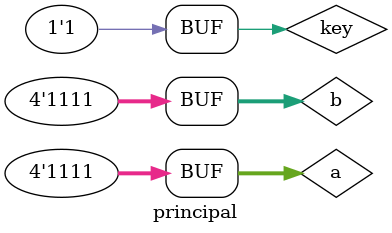
<source format=v>

module chave(s,a,b,key);
	output s;
	reg s;
	input a;
	input b;
	input key;
	
	always @ (a or b or key)
		if(~key)
			s = a;
		else
			s = b;
endmodule //chave

module funcao(output s, input [3:0]a,
					input[3:0]b, input key);
	wire [3:0]aux;
	wire aux1, aux2;
	xnor xnor1(aux[0],a[0],b[0]);
	xnor xnor2(aux[1],a[1],b[1]);
	xnor xnor3(aux[2],a[2],b[2]);
	xnor xnor4(aux[3],a[3],b[3]);
	
	and and1(aux1,aux[0],aux[1],aux[2],aux[3]);
	not not1(aux2,aux1);
	
	chave key1(s,aux1,aux2,key);
	
endmodule //funcao

module principal;
	reg [3:0]a,b;
	reg key;
	wire s;
	
	funcao f1(s,a,b,key);
	
	initial begin
		key = 0; a = 4'b0000; b = 4'b0000;
		$display("Exemplo0046 - Mateus Guilherme do Carmo Cruz - 427446"); 
		$display("Test LU's equals/different");
		$display("key = 0 (equals), key = 1 (different)");
		$display("\t\t\tt - key a - b = s");
		$monitor("%d - %b %4b - %4b = %b",$time,key,a,b,s);
		
		#1 key = 1;
		#1 key = 0; b = 4'b0001;
		#1 key = 1;
		
		#1 key = 0; b = 4'b0010;
		#1 key = 1;
		
		#1 key = 0; b = 4'b0011;
		#1 key = 1;
		
		#1 key = 0; b = 4'b0100;
		#1 key = 1;
		
		#1 key = 0; b = 4'b0101;
		#1 key = 1;
		
		#1 key = 0; b = 4'b0110;
		#1 key = 1;
		
		#1 key = 0; b = 4'b0111;
		#1 key = 1;
		
		#1 key = 0; b = 4'b1000;
		#1 key = 1;
		
		#1 key = 0; b = 4'b1001;
		#1 key = 1;
		
		#1 key = 0; b = 4'b1010;
		#1 key = 1;
		
		#1 key = 0; b = 4'b1011;
		#1 key = 1;
		
		#1 key = 0; b = 4'b1100;
		#1 key = 1;
		
		#1 key = 0; b = 4'b1101;
		#1 key = 1;
		
		#1 key = 0; b = 4'b1110;
		#1 key = 1;
		
		#1 key = 0; b = 4'b1111;
		#1 key = 1;
		
		#1 key = 0; a = 4'b0001; b = 4'b0000;
		#1 key = 1;
		
		#1 key = 0; b = 4'b0001;
		#1 key = 1;
		
		#1 key = 0; b = 4'b0010;
		#1 key = 1;
		
		#1 key = 0; b = 4'b0011;
		#1 key = 1;
		
		#1 key = 0; b = 4'b0100;
		#1 key = 1;
		
		#1 key = 0; b = 4'b0101;
		#1 key = 1;
		
		#1 key = 0; b = 4'b0110;
		#1 key = 1;
		
		#1 key = 0; b = 4'b0111;
		#1 key = 1;
		
		#1 key = 0; b = 4'b1000;
		#1 key = 1;
		
		#1 key = 0; b = 4'b1001;
		#1 key = 1;
		
		#1 key = 0; b = 4'b1010;
		#1 key = 1;
		
		#1 key = 0; b = 4'b1011;
		#1 key = 1;
		
		#1 key = 0; b = 4'b1100;
		#1 key = 1;
		
		#1 key = 0; b = 4'b1101;
		#1 key = 1;
		
		#1 key = 0; b = 4'b1110;
		#1 key = 1;
		
		#1 key = 0; b = 4'b1111;
		#1 key = 1;
		
		#1 key = 0; a = 4'b0010; b = 4'b0000;
		#1 key = 1;
		
		#1 key = 0; b = 4'b0001;
		#1 key = 1;
		
		#1 key = 0; b = 4'b0010;
		#1 key = 1;
		
		#1 key = 0; b = 4'b0011;
		#1 key = 1;
		
		#1 key = 0; b = 4'b0100;
		#1 key = 1;
		
		#1 key = 0; b = 4'b0101;
		#1 key = 1;
		
		#1 key = 0; b = 4'b0110;
		#1 key = 1;
		
		#1 key = 0; b = 4'b0111;
		#1 key = 1;
		
		#1 key = 0; b = 4'b1000;
		#1 key = 1;
		
		#1 key = 0; b = 4'b1001;
		#1 key = 1;
		
		#1 key = 0; b = 4'b1010;
		#1 key = 1;
		
		#1 key = 0; b = 4'b1011;
		#1 key = 1;
		
		#1 key = 0; b = 4'b1100;
		#1 key = 1;
		
		#1 key = 0; b = 4'b1101;
		#1 key = 1;
		
		#1 key = 0; b = 4'b1110;
		#1 key = 1;
		
		#1 key = 0; b = 4'b1111;
		#1 key = 1;
		
		#1 key = 0; a = 4'b0011; b = 4'b0000;
		#1 key = 1;
		
		#1 key = 0; b = 4'b0001;
		#1 key = 1;
		
		#1 key = 0; b = 4'b0010;
		#1 key = 1;
		
		#1 key = 0; b = 4'b0011;
		#1 key = 1;
		
		#1 key = 0; b = 4'b0100;
		#1 key = 1;
		
		#1 key = 0; b = 4'b0101;
		#1 key = 1;
		
		#1 key = 0; b = 4'b0110;
		#1 key = 1;
		
		#1 key = 0; b = 4'b0111;
		#1 key = 1;
		
		#1 key = 0; b = 4'b1000;
		#1 key = 1;
		
		#1 key = 0; b = 4'b1001;
		#1 key = 1;
		
		#1 key = 0; b = 4'b1010;
		#1 key = 1;
		
		#1 key = 0; b = 4'b1011;
		#1 key = 1;
		
		#1 key = 0; b = 4'b1100;
		#1 key = 1;
		
		#1 key = 0; b = 4'b1101;
		#1 key = 1;
		
		#1 key = 0; b = 4'b1110;
		#1 key = 1;
		
		#1 key = 0; b = 4'b1111;
		#1 key = 1;
		
		#1 key = 0; a = 4'b0100; b = 4'b0000;
		#1 key = 1;
		
		#1 key = 0; b = 4'b0001;
		#1 key = 1;
		
		#1 key = 0; b = 4'b0010;
		#1 key = 1;
		
		#1 key = 0; b = 4'b0011;
		#1 key = 1;
		
		#1 key = 0; b = 4'b0100;
		#1 key = 1;
		
		#1 key = 0; b = 4'b0101;
		#1 key = 1;
		
		#1 key = 0; b = 4'b0110;
		#1 key = 1;
		
		#1 key = 0; b = 4'b0111;
		#1 key = 1;
		
		#1 key = 0; b = 4'b1000;
		#1 key = 1;
		
		#1 key = 0; b = 4'b1001;
		#1 key = 1;
		
		#1 key = 0; b = 4'b1010;
		#1 key = 1;
		
		#1 key = 0; b = 4'b1011;
		#1 key = 1;
		
		#1 key = 0; b = 4'b1100;
		#1 key = 1;
		
		#1 key = 0; b = 4'b1101;
		#1 key = 1;
		
		#1 key = 0; b = 4'b1110;
		#1 key = 1;
		
		#1 key = 0; b = 4'b1111;
		#1 key = 1;
		
		#1 key = 0; a = 4'b0101; b = 4'b0000;
		#1 key = 1;
		
		#1 key = 0; b = 4'b0001;
		#1 key = 1;
		
		#1 key = 0; b = 4'b0010;
		#1 key = 1;
		
		#1 key = 0; b = 4'b0011;
		#1 key = 1;
		
		#1 key = 0; b = 4'b0100;
		#1 key = 1;
		
		#1 key = 0; b = 4'b0101;
		#1 key = 1;
		
		#1 key = 0; b = 4'b0110;
		#1 key = 1;
		
		#1 key = 0; b = 4'b0111;
		#1 key = 1;
		
		#1 key = 0; b = 4'b1000;
		#1 key = 1;
		
		#1 key = 0; b = 4'b1001;
		#1 key = 1;
		
		#1 key = 0; b = 4'b1010;
		#1 key = 1;
		
		#1 key = 0; b = 4'b1011;
		#1 key = 1;
		
		#1 key = 0; b = 4'b1100;
		#1 key = 1;
		
		#1 key = 0; b = 4'b1101;
		#1 key = 1;
		
		#1 key = 0; b = 4'b1110;
		#1 key = 1;
		
		#1 key = 0; b = 4'b1111;
		#1 key = 1;
		
		#1 key = 0; a = 4'b0110; b = 4'b0000;
		#1 key = 1;
		
		#1 key = 0; b = 4'b0001;
		#1 key = 1;
		
		#1 key = 0; b = 4'b0010;
		#1 key = 1;
		
		#1 key = 0; b = 4'b0011;
		#1 key = 1;
		
		#1 key = 0; b = 4'b0100;
		#1 key = 1;
		
		#1 key = 0; b = 4'b0101;
		#1 key = 1;
		
		#1 key = 0; b = 4'b0110;
		#1 key = 1;
		
		#1 key = 0; b = 4'b0111;
		#1 key = 1;
		
		#1 key = 0; b = 4'b1000;
		#1 key = 1;
		
		#1 key = 0; b = 4'b1001;
		#1 key = 1;
		
		#1 key = 0; b = 4'b1010;
		#1 key = 1;
		
		#1 key = 0; b = 4'b1011;
		#1 key = 1;
		
		#1 key = 0; b = 4'b1100;
		#1 key = 1;
		
		#1 key = 0; b = 4'b1101;
		#1 key = 1;
		
		#1 key = 0; b = 4'b1110;
		#1 key = 1;
		
		#1 key = 0; b = 4'b1111;
		#1 key = 1;
		
		#1 key = 0; a = 4'b0111; b = 4'b0000;
		#1 key = 1;
		
		#1 key = 0; b = 4'b0001;
		#1 key = 1;
		
		#1 key = 0; b = 4'b0010;
		#1 key = 1;
		
		#1 key = 0; b = 4'b0011;
		#1 key = 1;
		
		#1 key = 0; b = 4'b0100;
		#1 key = 1;
		
		#1 key = 0; b = 4'b0101;
		#1 key = 1;
		
		#1 key = 0; b = 4'b0110;
		#1 key = 1;
		
		#1 key = 0; b = 4'b0111;
		#1 key = 1;
		
		#1 key = 0; b = 4'b1000;
		#1 key = 1;
		
		#1 key = 0; b = 4'b1001;
		#1 key = 1;
		
		#1 key = 0; b = 4'b1010;
		#1 key = 1;
		
		#1 key = 0; b = 4'b1011;
		#1 key = 1;
		
		#1 key = 0; b = 4'b1100;
		#1 key = 1;
		
		#1 key = 0; b = 4'b1101;
		#1 key = 1;
		
		#1 key = 0; b = 4'b1110;
		#1 key = 1;
		
		#1 key = 0; b = 4'b1111;
		#1 key = 1;
		
		#1 key = 0; a = 4'b1000; b = 4'b0000;
		#1 key = 1;
		
		#1 key = 0; b = 4'b0001;
		#1 key = 1;
		
		#1 key = 0; b = 4'b0010;
		#1 key = 1;
		
		#1 key = 0; b = 4'b0011;
		#1 key = 1;
		
		#1 key = 0; b = 4'b0100;
		#1 key = 1;
		
		#1 key = 0; b = 4'b0101;
		#1 key = 1;
		
		#1 key = 0; b = 4'b0110;
		#1 key = 1;
		
		#1 key = 0; b = 4'b0111;
		#1 key = 1;
		
		#1 key = 0; b = 4'b1000;
		#1 key = 1;
		
		#1 key = 0; b = 4'b1001;
		#1 key = 1;
		
		#1 key = 0; b = 4'b1010;
		#1 key = 1;
		
		#1 key = 0; b = 4'b1011;
		#1 key = 1;
		
		#1 key = 0; b = 4'b1100;
		#1 key = 1;
		
		#1 key = 0; b = 4'b1101;
		#1 key = 1;
		
		#1 key = 0; b = 4'b1110;
		#1 key = 1;
		
		#1 key = 0; b = 4'b1111;
		#1 key = 1;
		
		#1 key = 0; a = 4'b1001; b = 4'b0000;
		#1 key = 1;
		
		#1 key = 0; b = 4'b0001;
		#1 key = 1;
		
		#1 key = 0; b = 4'b0010;
		#1 key = 1;
		
		#1 key = 0; b = 4'b0011;
		#1 key = 1;
		
		#1 key = 0; b = 4'b0100;
		#1 key = 1;
		
		#1 key = 0; b = 4'b0101;
		#1 key = 1;
		
		#1 key = 0; b = 4'b0110;
		#1 key = 1;
		
		#1 key = 0; b = 4'b0111;
		#1 key = 1;
		
		#1 key = 0; b = 4'b1000;
		#1 key = 1;
		
		#1 key = 0; b = 4'b1001;
		#1 key = 1;
		
		#1 key = 0; b = 4'b1010;
		#1 key = 1;
		
		#1 key = 0; b = 4'b1011;
		#1 key = 1;
		
		#1 key = 0; b = 4'b1100;
		#1 key = 1;
		
		#1 key = 0; b = 4'b1101;
		#1 key = 1;
		
		#1 key = 0; b = 4'b1110;
		#1 key = 1;
		
		#1 key = 0; b = 4'b1111;
		#1 key = 1;
		
		#1 key = 0; a = 4'b1010; b = 4'b0000;
		#1 key = 1;
		
		#1 key = 0; b = 4'b0001;
		#1 key = 1;
		
		#1 key = 0; b = 4'b0010;
		#1 key = 1;
		
		#1 key = 0; b = 4'b0011;
		#1 key = 1;
		
		#1 key = 0; b = 4'b0100;
		#1 key = 1;
		
		#1 key = 0; b = 4'b0101;
		#1 key = 1;
		
		#1 key = 0; b = 4'b0110;
		#1 key = 1;
		
		#1 key = 0; b = 4'b0111;
		#1 key = 1;
		
		#1 key = 0; b = 4'b1000;
		#1 key = 1;
		
		#1 key = 0; b = 4'b1001;
		#1 key = 1;
		
		#1 key = 0; b = 4'b1010;
		#1 key = 1;
		
		#1 key = 0; b = 4'b1011;
		#1 key = 1;
		
		#1 key = 0; b = 4'b1100;
		#1 key = 1;
		
		#1 key = 0; b = 4'b1101;
		#1 key = 1;
		
		#1 key = 0; b = 4'b1110;
		#1 key = 1;
		
		#1 key = 0; b = 4'b1111;
		#1 key = 1;
		
		#1 key = 0; a = 4'b1011; b = 4'b0000;
		#1 key = 1;
		
		#1 key = 0; b = 4'b0001;
		#1 key = 1;
		
		#1 key = 0; b = 4'b0010;
		#1 key = 1;
		
		#1 key = 0; b = 4'b0011;
		#1 key = 1;
		
		#1 key = 0; b = 4'b0100;
		#1 key = 1;
		
		#1 key = 0; b = 4'b0101;
		#1 key = 1;
		
		#1 key = 0; b = 4'b0110;
		#1 key = 1;
		
		#1 key = 0; b = 4'b0111;
		#1 key = 1;
		
		#1 key = 0; b = 4'b1000;
		#1 key = 1;
		
		#1 key = 0; b = 4'b1001;
		#1 key = 1;
		
		#1 key = 0; b = 4'b1010;
		#1 key = 1;
		
		#1 key = 0; b = 4'b1011;
		#1 key = 1;
		
		#1 key = 0; b = 4'b1100;
		#1 key = 1;
		
		#1 key = 0; b = 4'b1101;
		#1 key = 1;
		
		#1 key = 0; b = 4'b1110;
		#1 key = 1;
		
		#1 key = 0; b = 4'b1111;
		#1 key = 1;
		
		#1 key = 0; a = 4'b1100; b = 4'b0000;
		#1 key = 1;
		
		#1 key = 0; b = 4'b0001;
		#1 key = 1;
		
		#1 key = 0; b = 4'b0010;
		#1 key = 1;
		
		#1 key = 0; b = 4'b0011;
		#1 key = 1;
		
		#1 key = 0; b = 4'b0100;
		#1 key = 1;
		
		#1 key = 0; b = 4'b0101;
		#1 key = 1;
		
		#1 key = 0; b = 4'b0110;
		#1 key = 1;
		
		#1 key = 0; b = 4'b0111;
		#1 key = 1;
		
		#1 key = 0; b = 4'b1000;
		#1 key = 1;
		
		#1 key = 0; b = 4'b1001;
		#1 key = 1;
		
		#1 key = 0; b = 4'b1010;
		#1 key = 1;
		
		#1 key = 0; b = 4'b1011;
		#1 key = 1;
		
		#1 key = 0; b = 4'b1100;
		#1 key = 1;
		
		#1 key = 0; b = 4'b1101;
		#1 key = 1;
		
		#1 key = 0; b = 4'b1110;
		#1 key = 1;
		
		#1 key = 0; b = 4'b1111;
		#1 key = 1;
		
		#1 key = 0; a = 4'b1101; b = 4'b0000;
		#1 key = 1;
		
		#1 key = 0; b = 4'b0001;
		#1 key = 1;
		
		#1 key = 0; b = 4'b0010;
		#1 key = 1;
		
		#1 key = 0; b = 4'b0011;
		#1 key = 1;
		
		#1 key = 0; b = 4'b0100;
		#1 key = 1;
		
		#1 key = 0; b = 4'b0101;
		#1 key = 1;
		
		#1 key = 0; b = 4'b0110;
		#1 key = 1;
		
		#1 key = 0; b = 4'b0111;
		#1 key = 1;
		
		#1 key = 0; b = 4'b1000;
		#1 key = 1;
		
		#1 key = 0; b = 4'b1001;
		#1 key = 1;
		
		#1 key = 0; b = 4'b1010;
		#1 key = 1;
		
		#1 key = 0; b = 4'b1011;
		#1 key = 1;
		
		#1 key = 0; b = 4'b1100;
		#1 key = 1;
		
		#1 key = 0; b = 4'b1101;
		#1 key = 1;
		
		#1 key = 0; b = 4'b1110;
		#1 key = 1;
		
		#1 key = 0; b = 4'b1111;
		#1 key = 1;
		
		#1 key = 0; a = 4'b1110; b = 4'b0000;
		#1 key = 1;
		
		#1 key = 0; b = 4'b0001;
		#1 key = 1;
		
		#1 key = 0; b = 4'b0010;
		#1 key = 1;
		
		#1 key = 0; b = 4'b0011;
		#1 key = 1;
		
		#1 key = 0; b = 4'b0100;
		#1 key = 1;
		
		#1 key = 0; b = 4'b0101;
		#1 key = 1;
		
		#1 key = 0; b = 4'b0110;
		#1 key = 1;
		
		#1 key = 0; b = 4'b0111;
		#1 key = 1;
		
		#1 key = 0; b = 4'b1000;
		#1 key = 1;
		
		#1 key = 0; b = 4'b1001;
		#1 key = 1;
		
		#1 key = 0; b = 4'b1010;
		#1 key = 1;
		
		#1 key = 0; b = 4'b1011;
		#1 key = 1;
		
		#1 key = 0; b = 4'b1100;
		#1 key = 1;
		
		#1 key = 0; b = 4'b1101;
		#1 key = 1;
		
		#1 key = 0; b = 4'b1110;
		#1 key = 1;
		
		#1 key = 0; b = 4'b1111;
		#1 key = 1;
		
		#1 key = 0; a = 4'b1111; b = 4'b0000;
		#1 key = 1;
		
		#1 key = 0; b = 4'b0001;
		#1 key = 1;
		
		#1 key = 0; b = 4'b0010;
		#1 key = 1;
		
		#1 key = 0; b = 4'b0011;
		#1 key = 1;
		
		#1 key = 0; b = 4'b0100;
		#1 key = 1;
		
		#1 key = 0; b = 4'b0101;
		#1 key = 1;
		
		#1 key = 0; b = 4'b0110;
		#1 key = 1;
		
		#1 key = 0; b = 4'b0111;
		#1 key = 1;
		
		#1 key = 0; b = 4'b1000;
		#1 key = 1;
		
		#1 key = 0; b = 4'b1001;
		#1 key = 1;
		
		#1 key = 0; b = 4'b1010;
		#1 key = 1;
		
		#1 key = 0; b = 4'b1011;
		#1 key = 1;
		
		#1 key = 0; b = 4'b1100;
		#1 key = 1;
		
		#1 key = 0; b = 4'b1101;
		#1 key = 1;
		
		#1 key = 0; b = 4'b1110;
		#1 key = 1;
		
		#1 key = 0; b = 4'b1111;
		#1 key = 1;
	end
endmodule //principal
</source>
